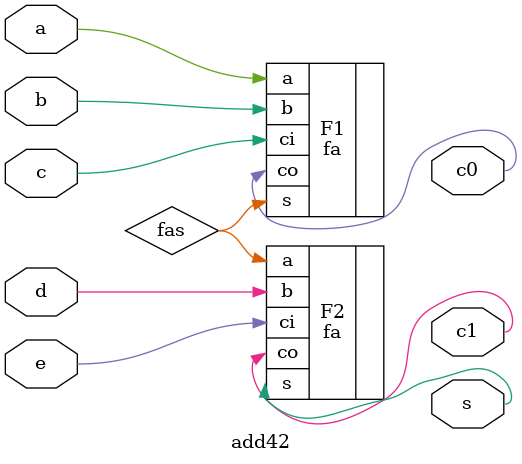
<source format=v>
module add42 (a, b, c, d, e, c0, c1, s);

input a, b, c, d, e;
output c0, c1, s;

wire fas;

fa F1 (.a(a), .b(b), .ci(c), .co(c0), .s(fas));
fa F2 (.a(fas), .b(d), .ci(e), .co(c1), .s(s));

endmodule
</source>
